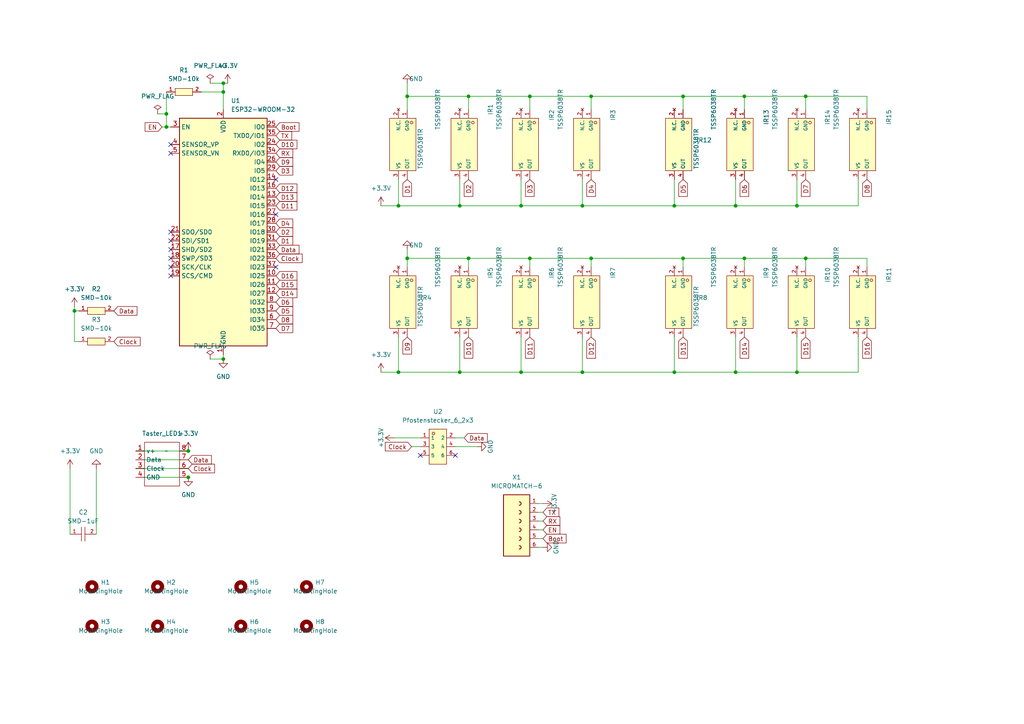
<source format=kicad_sch>
(kicad_sch (version 20231120) (generator "eeschema") (generator_version "8.0")
  (paper "A4")
  (lib_symbols
    (symbol "Bohlebots:+3.3V" (power) (pin_names (offset 0))
      (property "Value" "+3.3V" (at 0 3.556 0))
      (symbol "+3.3V_0_1"
        (polyline (pts (xy -0.762 1.27) (xy 0 2.54)))
        (polyline (pts (xy 0 0) (xy 0 2.54)))
        (polyline (pts (xy 0 2.54) (xy 0.762 1.27)))
      )
      (symbol "+3.3V_1_1"
        (pin power_in line (at 0 0 90) (length 0) hide (name "+3.3V") (number "1"))
      )
    )
    (symbol "Bohlebots:ESP32-WROOM-32_discontinued"
      (property "Reference" "U1" (at 1.9559 38.1 0))
      (property "Value" "ESP32-WROOM-32" (at 1.9559 35.56 0))
      (symbol "ESP32-WROOM-32_discontinued_0_1"
        (rectangle (start -12.7 33.02) (end 12.7 -33.02) (stroke (width 0.254)) (fill (type background)))
      )
      (symbol "ESP32-WROOM-32_discontinued_1_1"
        (pin power_in line (at 0 -35.56 90) (length 2.54) (name "GND") (number "1"))
        (pin bidirectional line (at 15.24 -12.7 180) (length 2.54) (name "IO25") (number "10"))
        (pin bidirectional line (at 15.24 -15.24 180) (length 2.54) (name "IO26") (number "11"))
        (pin bidirectional line (at 15.24 -17.78 180) (length 2.54) (name "IO27") (number "12"))
        (pin bidirectional line (at 15.24 10.16 180) (length 2.54) (name "IO14") (number "13"))
        (pin bidirectional line (at 15.24 15.24 180) (length 2.54) (name "IO12") (number "14"))
        (pin passive line (at 0 -35.56 90) (length 2.54) hide (name "GND") (number "15"))
        (pin bidirectional line (at 15.24 12.7 180) (length 2.54) (name "IO13") (number "16"))
        (pin bidirectional line (at -15.24 -5.08 0) (length 2.54) (name "SHD/SD2") (number "17"))
        (pin bidirectional line (at -15.24 -7.62 0) (length 2.54) (name "SWP/SD3") (number "18"))
        (pin bidirectional line (at -15.24 -12.7 0) (length 2.54) (name "SCS/CMD") (number "19"))
        (pin power_in line (at 0 35.56 270) (length 2.54) (name "VDD") (number "2"))
        (pin bidirectional line (at -15.24 -10.16 0) (length 2.54) (name "SCK/CLK") (number "20"))
        (pin bidirectional line (at -15.24 0 0) (length 2.54) (name "SDO/SD0") (number "21"))
        (pin bidirectional line (at -15.24 -2.54 0) (length 2.54) (name "SDI/SD1") (number "22"))
        (pin bidirectional line (at 15.24 7.62 180) (length 2.54) (name "IO15") (number "23"))
        (pin bidirectional line (at 15.24 25.4 180) (length 2.54) (name "IO2") (number "24"))
        (pin bidirectional line (at 15.24 30.48 180) (length 2.54) (name "IO0") (number "25"))
        (pin bidirectional line (at 15.24 20.32 180) (length 2.54) (name "IO4") (number "26"))
        (pin bidirectional line (at 15.24 5.08 180) (length 2.54) (name "IO16") (number "27"))
        (pin bidirectional line (at 15.24 2.54 180) (length 2.54) (name "IO17") (number "28"))
        (pin bidirectional line (at 15.24 17.78 180) (length 2.54) (name "IO5") (number "29"))
        (pin input line (at -15.24 30.48 0) (length 2.54) (name "EN") (number "3"))
        (pin bidirectional line (at 15.24 0 180) (length 2.54) (name "IO18") (number "30"))
        (pin bidirectional line (at 15.24 -2.54 180) (length 2.54) (name "IO19") (number "31"))
        (pin no_connect line (at -12.7 -27.94 0) (length 2.54) hide (name "NC") (number "32"))
        (pin bidirectional line (at 15.24 -5.08 180) (length 2.54) (name "IO21") (number "33"))
        (pin bidirectional line (at 15.24 22.86 180) (length 2.54) (name "RXD0/IO3") (number "34"))
        (pin bidirectional line (at 15.24 27.94 180) (length 2.54) (name "TXD0/IO1") (number "35"))
        (pin bidirectional line (at 15.24 -7.62 180) (length 2.54) (name "IO22") (number "36"))
        (pin bidirectional line (at 15.24 -10.16 180) (length 2.54) (name "IO23") (number "37"))
        (pin passive line (at 0 -35.56 90) (length 2.54) hide (name "GND") (number "38"))
        (pin passive line (at 0 -35.56 90) (length 2.54) hide (name "GND") (number "39"))
        (pin input line (at -15.24 25.4 0) (length 2.54) (name "SENSOR_VP") (number "4"))
        (pin input line (at -15.24 22.86 0) (length 2.54) (name "SENSOR_VN") (number "5"))
        (pin input line (at 15.24 -25.4 180) (length 2.54) (name "IO34") (number "6"))
        (pin input line (at 15.24 -27.94 180) (length 2.54) (name "IO35") (number "7"))
        (pin bidirectional line (at 15.24 -20.32 180) (length 2.54) (name "IO32") (number "8"))
        (pin bidirectional line (at 15.24 -22.86 180) (length 2.54) (name "IO33") (number "9"))
      )
    )
    (symbol "Bohlebots:GND" (power) (pin_names (offset 0))
      (property "Value" "GND" (at 0 -3.81 0))
      (symbol "GND_0_1"
        (polyline (pts (xy 0 0) (xy 0 -1.27) (xy 1.27 -1.27) (xy 0 -2.54) (xy -1.27 -1.27) (xy 0 -1.27)))
      )
      (symbol "GND_1_1"
        (pin power_in line (at 0 0 270) (length 0) hide (name "GND") (number "1"))
      )
    )
    (symbol "Bohlebots:MICROMATCH-6" (pin_names (offset 1.016))
      (property "Reference" "X2" (at -1.27 10.16 0))
      (property "Value" "MICROMATCH-6" (at -1.27 7.62 0))
      (symbol "MICROMATCH-6_0_0"
        (rectangle (start -5.08 -12.7) (end 2.54 5.08) (stroke (width 0.254)) (fill (type background)))
        (arc (start -0.508 -10.668) (mid -0.0022 -10.16) (end -0.508 -9.652) (stroke (width 0.254)))
        (arc (start -0.508 -8.128) (mid -0.0022 -7.62) (end -0.508 -7.112) (stroke (width 0.254)))
        (arc (start -0.508 -5.588) (mid -0.0022 -5.08) (end -0.508 -4.572) (stroke (width 0.254)))
        (arc (start -0.508 -3.048) (mid -0.0022 -2.54) (end -0.508 -2.032) (stroke (width 0.254)))
        (arc (start -0.508 -0.508) (mid -0.0022 0) (end -0.508 0.508) (stroke (width 0.254)))
        (arc (start -0.508 2.032) (mid -0.0022 2.54) (end -0.508 3.048) (stroke (width 0.254)))
        (pin bidirectional line (at 5.08 0 180) (length 2.54) (name "~") (number "2"))
        (pin bidirectional line (at 5.08 -2.54 180) (length 2.54) (name "~") (number "3"))
        (pin bidirectional line (at 5.08 -5.08 180) (length 2.54) (name "~") (number "4"))
        (pin bidirectional line (at 5.08 -7.62 180) (length 2.54) (name "~") (number "5"))
      )
      (symbol "MICROMATCH-6_1_0"
        (pin unspecified line (at 5.08 2.54 180) (length 2.54) (name "~") (number "1"))
        (pin unspecified line (at 5.08 -10.16 180) (length 2.54) (name "~") (number "6"))
      )
    )
    (symbol "Bohlebots:MountingHole" (pin_names (offset 1.016))
      (property "Reference" "H" (at 0 5.08 0))
      (property "Value" "MountingHole" (at 0 3.175 0))
      (symbol "MountingHole_0_1"
        (circle (center 0 0) (radius 1.27) (stroke (width 1.27)))
      )
    )
    (symbol "Bohlebots:PWR_FLAG" (power) (pin_numbers hide) (pin_names (offset 0) hide)
      (property "Value" "PWR_FLAG" (at 0 3.81 0))
      (symbol "PWR_FLAG_0_0"
        (pin power_out line (at 0 0 90) (length 0) (name "pwr") (number "1"))
      )
      (symbol "PWR_FLAG_0_1"
        (polyline (pts (xy 0 0) (xy 0 1.27) (xy -1.016 1.905) (xy 0 2.54) (xy 1.016 1.905) (xy 0 1.27)))
      )
    )
    (symbol "Bohlebots:Pfostenstecker_6_2x3"
      (property "Reference" "U" (at 0 1.27 0))
      (property "Value" "Pfostenstecker_6_2x3" (at 0 -2.54 0))
      (symbol "Pfostenstecker_6_2x3_0_1"
        (rectangle (start -2.54 5.08) (end 2.54 -5.08) (fill (type background)))
        (circle (center -1.27 3.81) (radius 0.381) (fill (type background)))
        (pin unspecified line (at -5.08 2.54 0) (length 2.54) (name "1") (number "1"))
        (pin unspecified line (at 5.08 2.54 180) (length 2.54) (name "2") (number "2"))
        (pin unspecified line (at -5.08 0 0) (length 2.54) (name "3") (number "3"))
        (pin unspecified line (at 5.08 0 180) (length 2.54) (name "4") (number "4"))
        (pin unspecified line (at -5.08 -2.54 0) (length 2.54) (name "5") (number "5"))
        (pin unspecified line (at 5.08 -2.54 180) (length 2.54) (name "6") (number "6"))
      )
    )
    (symbol "Bohlebots:SMD-10k" (pin_names hide)
      (property "Reference" "R" (at 0 1.27 0))
      (property "Value" "SMD-10k" (at 0 -2.54 0))
      (symbol "SMD-10k_0_1"
        (rectangle (start -2.54 1.016) (end 2.54 -1.016) (fill (type background)))
      )
      (symbol "SMD-10k_1_1"
        (pin unspecified line (at -5.08 0 0) (length 2.54) (name "1") (number "1"))
        (pin unspecified line (at 5.08 0 180) (length 2.54) (name "2") (number "2"))
      )
    )
    (symbol "Bohlebots:SMD-1uF" (pin_names hide)
      (property "Reference" "C" (at 0 1.27 0))
      (property "Value" "SMD-1uF" (at 0 -2.54 0))
      (symbol "SMD-1uF_0_1"
        (polyline (pts (xy -1.27 0) (xy -0.508 0)))
        (polyline (pts (xy -0.508 2.032) (xy -0.508 -2.032)))
        (polyline (pts (xy 0.508 0) (xy 1.27 0)))
        (polyline (pts (xy 0.508 2.032) (xy 0.508 -2.032)))
      )
      (symbol "SMD-1uF_1_1"
        (pin unspecified line (at -3.81 0 0) (length 2.54) (name "1") (number "1"))
        (pin unspecified line (at 3.81 0 180) (length 2.54) (name "2") (number "2"))
      )
    )
    (symbol "Bohlebots:TSSP6038TR"
      (property "Reference" "U" (at 0 1.27 0))
      (property "Value" "TSSP6038TR" (at 0 -2.54 0))
      (symbol "TSSP6038TR_0_1"
        (rectangle (start -7.62 3.81) (end 7.62 -3.81) (fill (type background)))
        (circle (center -6.35 2.54) (radius 0.381) (fill (type background)))
      )
      (symbol "TSSP6038TR_1_1"
        (pin power_in line (at -10.16 1.27 0) (length 2.54) (name "GND") (number "1"))
        (pin no_connect line (at -10.16 -1.27 0) (length 2.54) (name "N.C.") (number "2"))
        (pin power_in line (at 10.16 -1.27 180) (length 2.54) (name "VS") (number "3"))
        (pin output line (at 10.16 1.27 180) (length 2.54) (name "OUT") (number "4"))
      )
    )
    (symbol "Bohlebots:Taster_Led"
      (property "Reference" "Taster_LED2" (at -1.27 5.08 0))
      (property "Value" "~" (at 0 0 0))
      (symbol "Taster_Led_0_1"
        (rectangle (start -6.35 2.54) (end 3.81 -10.16))
      )
      (symbol "Taster_Led_1_1"
        (pin power_in line (at -8.89 0 0) (length 2.54) (name "v+") (number "1"))
        (pin unspecified line (at -8.89 -2.54 0) (length 2.54) (name "Data") (number "2"))
        (pin unspecified line (at -8.89 -5.08 0) (length 2.54) (name "Clock") (number "3"))
        (pin power_in line (at -8.89 -7.62 0) (length 2.54) (name "GND") (number "4"))
        (pin power_in line (at 6.35 -7.62 180) (length 2.54) (name "") (number "5"))
        (pin unspecified line (at 6.35 -5.08 180) (length 2.54) (name "") (number "6"))
        (pin unspecified line (at 6.35 -2.54 180) (length 2.54) (name "") (number "7"))
        (pin power_in line (at 6.35 0 180) (length 2.54) (name "") (number "8"))
      )
    )
  )
  (junction (at 133.35 59.69))
  (junction (at 118.11 27.94))
  (junction (at 64.77 26.67))
  (junction (at 48.26 33.02))
  (junction (at 231.14 107.95))
  (junction (at 151.13 59.69))
  (junction (at 135.89 27.94))
  (junction (at 115.57 107.95))
  (junction (at 231.14 59.69))
  (junction (at 168.91 59.69))
  (junction (at 151.13 107.95))
  (junction (at 153.67 27.94))
  (junction (at 198.12 74.93))
  (junction (at 198.12 27.94))
  (junction (at 195.58 107.95))
  (junction (at 171.45 74.93))
  (junction (at 48.26 36.83))
  (junction (at 133.35 107.95))
  (junction (at 215.9 74.93))
  (junction (at 64.77 24.13))
  (junction (at 118.11 74.93))
  (junction (at 135.89 74.93))
  (junction (at 168.91 107.95))
  (junction (at 233.68 27.94))
  (junction (at 21.59 90.17))
  (junction (at 153.67 74.93))
  (junction (at 64.77 104.14))
  (junction (at 195.58 59.69))
  (junction (at 233.68 74.93))
  (junction (at 115.57 59.69))
  (junction (at 54.61 138.43))
  (junction (at 213.36 107.95))
  (junction (at 54.61 130.81))
  (junction (at 171.45 27.94))
  (junction (at 213.36 59.69))
  (junction (at 215.9 27.94))
  (no_connect (at 49.53 72.39))
  (no_connect (at 49.53 69.85))
  (no_connect (at 49.53 77.47))
  (no_connect (at 132.08 132.08))
  (no_connect (at 80.01 52.07))
  (no_connect (at 49.53 80.01))
  (no_connect (at 49.53 44.45))
  (no_connect (at 49.53 74.93))
  (no_connect (at 49.53 67.31))
  (no_connect (at 49.53 41.91))
  (no_connect (at 80.01 62.23))
  (no_connect (at 121.92 132.08))
  (no_connect (at 80.01 77.47))
  (wire (pts (xy 64.77 102.87) (xy 64.77 104.14)))
  (wire (pts (xy 133.35 107.95) (xy 151.13 107.95)))
  (wire (pts (xy 64.77 26.67) (xy 64.77 31.75)))
  (wire (pts (xy 233.68 74.93) (xy 215.9 74.93)))
  (wire (pts (xy 132.08 129.54) (xy 138.43 129.54)))
  (wire (pts (xy 168.91 52.07) (xy 168.91 59.69)))
  (wire (pts (xy 48.26 26.67) (xy 48.26 33.02)))
  (wire (pts (xy 156.21 146.05) (xy 157.48 146.05)))
  (wire (pts (xy 151.13 52.07) (xy 151.13 59.69)))
  (wire (pts (xy 195.58 59.69) (xy 213.36 59.69)))
  (wire (pts (xy 64.77 24.13) (xy 64.77 26.67)))
  (wire (pts (xy 135.89 77.47) (xy 135.89 74.93)))
  (wire (pts (xy 213.36 59.69) (xy 231.14 59.69)))
  (wire (pts (xy 198.12 31.75) (xy 198.12 27.94)))
  (wire (pts (xy 248.92 107.95) (xy 248.92 97.79)))
  (wire (pts (xy 151.13 59.69) (xy 168.91 59.69)))
  (wire (pts (xy 156.21 151.13) (xy 157.48 151.13)))
  (wire (pts (xy 39.37 130.81) (xy 54.61 130.81)))
  (wire (pts (xy 168.91 97.79) (xy 168.91 107.95)))
  (wire (pts (xy 21.59 88.9) (xy 21.59 90.17)))
  (wire (pts (xy 151.13 97.79) (xy 151.13 107.95)))
  (wire (pts (xy 171.45 31.75) (xy 171.45 27.94)))
  (wire (pts (xy 153.67 27.94) (xy 135.89 27.94)))
  (wire (pts (xy 121.92 129.54) (xy 119.38 129.54)))
  (wire (pts (xy 115.57 107.95) (xy 133.35 107.95)))
  (wire (pts (xy 195.58 97.79) (xy 195.58 107.95)))
  (wire (pts (xy 231.14 107.95) (xy 248.92 107.95)))
  (wire (pts (xy 251.46 27.94) (xy 233.68 27.94)))
  (wire (pts (xy 171.45 74.93) (xy 153.67 74.93)))
  (wire (pts (xy 60.96 24.13) (xy 64.77 24.13)))
  (wire (pts (xy 231.14 59.69) (xy 248.92 59.69)))
  (wire (pts (xy 251.46 31.75) (xy 251.46 27.94)))
  (wire (pts (xy 231.14 97.79) (xy 231.14 107.95)))
  (wire (pts (xy 115.57 97.79) (xy 115.57 107.95)))
  (wire (pts (xy 39.37 133.35) (xy 54.61 133.35)))
  (wire (pts (xy 251.46 77.47) (xy 251.46 74.93)))
  (wire (pts (xy 133.35 59.69) (xy 151.13 59.69)))
  (wire (pts (xy 58.42 26.67) (xy 64.77 26.67)))
  (wire (pts (xy 114.3 127) (xy 121.92 127)))
  (wire (pts (xy 110.49 59.69) (xy 115.57 59.69)))
  (wire (pts (xy 168.91 107.95) (xy 195.58 107.95)))
  (wire (pts (xy 213.36 97.79) (xy 213.36 107.95)))
  (wire (pts (xy 66.04 24.13) (xy 64.77 24.13)))
  (wire (pts (xy 168.91 59.69) (xy 195.58 59.69)))
  (wire (pts (xy 215.9 31.75) (xy 215.9 27.94)))
  (wire (pts (xy 156.21 148.59) (xy 157.48 148.59)))
  (wire (pts (xy 46.99 36.83) (xy 48.26 36.83)))
  (wire (pts (xy 48.26 36.83) (xy 49.53 36.83)))
  (wire (pts (xy 213.36 52.07) (xy 213.36 59.69)))
  (wire (pts (xy 118.11 74.93) (xy 118.11 72.39)))
  (wire (pts (xy 213.36 107.95) (xy 231.14 107.95)))
  (wire (pts (xy 115.57 52.07) (xy 115.57 59.69)))
  (wire (pts (xy 215.9 74.93) (xy 198.12 74.93)))
  (wire (pts (xy 135.89 74.93) (xy 118.11 74.93)))
  (wire (pts (xy 171.45 27.94) (xy 153.67 27.94)))
  (wire (pts (xy 135.89 27.94) (xy 118.11 27.94)))
  (wire (pts (xy 156.21 153.67) (xy 157.48 153.67)))
  (wire (pts (xy 233.68 31.75) (xy 233.68 27.94)))
  (wire (pts (xy 118.11 27.94) (xy 118.11 24.13)))
  (wire (pts (xy 110.49 107.95) (xy 115.57 107.95)))
  (wire (pts (xy 118.11 77.47) (xy 118.11 74.93)))
  (wire (pts (xy 156.21 158.75) (xy 157.48 158.75)))
  (wire (pts (xy 195.58 52.07) (xy 195.58 59.69)))
  (wire (pts (xy 20.32 135.89) (xy 20.32 154.94)))
  (wire (pts (xy 133.35 52.07) (xy 133.35 59.69)))
  (wire (pts (xy 171.45 77.47) (xy 171.45 74.93)))
  (wire (pts (xy 27.94 135.89) (xy 27.94 154.94)))
  (wire (pts (xy 233.68 27.94) (xy 215.9 27.94)))
  (wire (pts (xy 153.67 31.75) (xy 153.67 27.94)))
  (wire (pts (xy 215.9 27.94) (xy 198.12 27.94)))
  (wire (pts (xy 153.67 77.47) (xy 153.67 74.93)))
  (wire (pts (xy 215.9 77.47) (xy 215.9 74.93)))
  (wire (pts (xy 151.13 107.95) (xy 168.91 107.95)))
  (wire (pts (xy 60.96 104.14) (xy 64.77 104.14)))
  (wire (pts (xy 248.92 59.69) (xy 248.92 52.07)))
  (wire (pts (xy 115.57 59.69) (xy 133.35 59.69)))
  (wire (pts (xy 231.14 52.07) (xy 231.14 59.69)))
  (wire (pts (xy 251.46 74.93) (xy 233.68 74.93)))
  (wire (pts (xy 21.59 99.06) (xy 21.59 90.17)))
  (wire (pts (xy 39.37 138.43) (xy 54.61 138.43)))
  (wire (pts (xy 39.37 135.89) (xy 54.61 135.89)))
  (wire (pts (xy 21.59 90.17) (xy 22.86 90.17)))
  (wire (pts (xy 153.67 74.93) (xy 135.89 74.93)))
  (wire (pts (xy 195.58 107.95) (xy 213.36 107.95)))
  (wire (pts (xy 135.89 31.75) (xy 135.89 27.94)))
  (wire (pts (xy 233.68 77.47) (xy 233.68 74.93)))
  (wire (pts (xy 22.86 99.06) (xy 21.59 99.06)))
  (wire (pts (xy 198.12 27.94) (xy 171.45 27.94)))
  (wire (pts (xy 156.21 156.21) (xy 157.48 156.21)))
  (wire (pts (xy 133.35 97.79) (xy 133.35 107.95)))
  (wire (pts (xy 132.08 127) (xy 134.62 127)))
  (wire (pts (xy 48.26 33.02) (xy 48.26 36.83)))
  (wire (pts (xy 118.11 31.75) (xy 118.11 27.94)))
  (wire (pts (xy 198.12 74.93) (xy 171.45 74.93)))
  (wire (pts (xy 198.12 77.47) (xy 198.12 74.93)))
  (wire (pts (xy 45.72 33.02) (xy 48.26 33.02)))
  (global_label "D10" (shape input) (at 80.01 41.91 0) (property "Intersheetrefs" "${INTERSHEET_REFS}" (effects (hide yes))))
  (global_label "TX" (shape input) (at 80.01 39.37 0) (property "Intersheetrefs" "${INTERSHEET_REFS}" (effects (hide yes))))
  (global_label "D10" (shape input) (at 135.89 97.79 270) (property "Intersheetrefs" "${INTERSHEET_REFS}" (effects (hide yes))))
  (global_label "D6" (shape input) (at 215.9 52.07 270) (property "Intersheetrefs" "${INTERSHEET_REFS}" (effects (hide yes))))
  (global_label "D11" (shape input) (at 80.01 59.69 0) (property "Intersheetrefs" "${INTERSHEET_REFS}" (effects (hide yes))))
  (global_label "Clock" (shape input) (at 54.61 135.89 0) (property "Intersheetrefs" "${INTERSHEET_REFS}" (effects (hide yes))))
  (global_label "TX" (shape input) (at 157.48 148.59 0) (property "Intersheetrefs" "${INTERSHEET_REFS}" (effects (hide yes))))
  (global_label "D1" (shape input) (at 118.11 52.07 270) (property "Intersheetrefs" "${INTERSHEET_REFS}" (effects (hide yes))))
  (global_label "Data" (shape input) (at 80.01 72.39 0) (property "Intersheetrefs" "${INTERSHEET_REFS}" (effects (hide yes))))
  (global_label "D8" (shape input) (at 80.01 92.71 0) (property "Intersheetrefs" "${INTERSHEET_REFS}" (effects (hide yes))))
  (global_label "D13" (shape input) (at 80.01 57.15 0) (property "Intersheetrefs" "${INTERSHEET_REFS}" (effects (hide yes))))
  (global_label "D16" (shape input) (at 80.01 80.01 0) (property "Intersheetrefs" "${INTERSHEET_REFS}" (effects (hide yes))))
  (global_label "D12" (shape input) (at 171.45 97.79 270) (property "Intersheetrefs" "${INTERSHEET_REFS}" (effects (hide yes))))
  (global_label "Clock" (shape input) (at 33.02 99.06 0) (property "Intersheetrefs" "${INTERSHEET_REFS}" (effects (hide yes))))
  (global_label "D3" (shape input) (at 153.67 52.07 270) (property "Intersheetrefs" "${INTERSHEET_REFS}" (effects (hide yes))))
  (global_label "D14" (shape input) (at 80.01 85.09 0) (property "Intersheetrefs" "${INTERSHEET_REFS}" (effects (hide yes))))
  (global_label "Boot" (shape input) (at 157.48 156.21 0) (property "Intersheetrefs" "${INTERSHEET_REFS}" (effects (hide yes))))
  (global_label "Boot" (shape input) (at 80.01 36.83 0) (property "Intersheetrefs" "${INTERSHEET_REFS}" (effects (hide yes))))
  (global_label "EN" (shape input) (at 157.48 153.67 0) (property "Intersheetrefs" "${INTERSHEET_REFS}" (effects (hide yes))))
  (global_label "D6" (shape input) (at 80.01 87.63 0) (property "Intersheetrefs" "${INTERSHEET_REFS}" (effects (hide yes))))
  (global_label "D11" (shape input) (at 153.67 97.79 270) (property "Intersheetrefs" "${INTERSHEET_REFS}" (effects (hide yes))))
  (global_label "Clock" (shape input) (at 80.01 74.93 0) (property "Intersheetrefs" "${INTERSHEET_REFS}" (effects (hide yes))))
  (global_label "EN" (shape input) (at 46.99 36.83 180) (property "Intersheetrefs" "${INTERSHEET_REFS}" (effects (hide yes))))
  (global_label "D8" (shape input) (at 251.46 52.07 270) (property "Intersheetrefs" "${INTERSHEET_REFS}" (effects (hide yes))))
  (global_label "D9" (shape input) (at 80.01 46.99 0) (property "Intersheetrefs" "${INTERSHEET_REFS}" (effects (hide yes))))
  (global_label "RX" (shape input) (at 80.01 44.45 0) (property "Intersheetrefs" "${INTERSHEET_REFS}" (effects (hide yes))))
  (global_label "Clock" (shape input) (at 119.38 129.54 180) (property "Intersheetrefs" "${INTERSHEET_REFS}" (effects (hide yes))))
  (global_label "D7" (shape input) (at 80.01 95.25 0) (property "Intersheetrefs" "${INTERSHEET_REFS}" (effects (hide yes))))
  (global_label "D5" (shape input) (at 198.12 52.07 270) (property "Intersheetrefs" "${INTERSHEET_REFS}" (effects (hide yes))))
  (global_label "Data" (shape input) (at 54.61 133.35 0) (property "Intersheetrefs" "${INTERSHEET_REFS}" (effects (hide yes))))
  (global_label "D2" (shape input) (at 135.89 52.07 270) (property "Intersheetrefs" "${INTERSHEET_REFS}" (effects (hide yes))))
  (global_label "D3" (shape input) (at 80.01 49.53 0) (property "Intersheetrefs" "${INTERSHEET_REFS}" (effects (hide yes))))
  (global_label "D15" (shape input) (at 80.01 82.55 0) (property "Intersheetrefs" "${INTERSHEET_REFS}" (effects (hide yes))))
  (global_label "D4" (shape input) (at 171.45 52.07 270) (property "Intersheetrefs" "${INTERSHEET_REFS}" (effects (hide yes))))
  (global_label "D12" (shape input) (at 80.01 54.61 0) (property "Intersheetrefs" "${INTERSHEET_REFS}" (effects (hide yes))))
  (global_label "D13" (shape input) (at 198.12 97.79 270) (property "Intersheetrefs" "${INTERSHEET_REFS}" (effects (hide yes))))
  (global_label "D1" (shape input) (at 80.01 69.85 0) (property "Intersheetrefs" "${INTERSHEET_REFS}" (effects (hide yes))))
  (global_label "D2" (shape input) (at 80.01 67.31 0) (property "Intersheetrefs" "${INTERSHEET_REFS}" (effects (hide yes))))
  (global_label "D7" (shape input) (at 233.68 52.07 270) (property "Intersheetrefs" "${INTERSHEET_REFS}" (effects (hide yes))))
  (global_label "Data" (shape input) (at 33.02 90.17 0) (property "Intersheetrefs" "${INTERSHEET_REFS}" (effects (hide yes))))
  (global_label "D14" (shape input) (at 215.9 97.79 270) (property "Intersheetrefs" "${INTERSHEET_REFS}" (effects (hide yes))))
  (global_label "D4" (shape input) (at 80.01 64.77 0) (property "Intersheetrefs" "${INTERSHEET_REFS}" (effects (hide yes))))
  (global_label "D5" (shape input) (at 80.01 90.17 0) (property "Intersheetrefs" "${INTERSHEET_REFS}" (effects (hide yes))))
  (global_label "D16" (shape input) (at 251.46 97.79 270) (property "Intersheetrefs" "${INTERSHEET_REFS}" (effects (hide yes))))
  (global_label "D9" (shape input) (at 118.11 97.79 270) (property "Intersheetrefs" "${INTERSHEET_REFS}" (effects (hide yes))))
  (global_label "D15" (shape input) (at 233.68 97.79 270) (property "Intersheetrefs" "${INTERSHEET_REFS}" (effects (hide yes))))
  (global_label "RX" (shape input) (at 157.48 151.13 0) (property "Intersheetrefs" "${INTERSHEET_REFS}" (effects (hide yes))))
  (global_label "Data" (shape input) (at 134.62 127 0) (property "Intersheetrefs" "${INTERSHEET_REFS}" (effects (hide yes))))
  (symbol (lib_id "Bohlebots:GND") (at 138.43 129.54 90) (unit 1)
    (property "Reference" "#PWR09" (effects (hide yes)))
    (property "Value" "GND" (at 142.24 129.5399 0))
    (property "Description" "Power symbol creates a global label with name \"GND\" , ground" (effects (hide yes)))
  )
  (symbol (lib_id "Bohlebots:TSSP6038TR") (at 152.4 41.91 270) (unit 1)
    (property "Reference" "IR2" (at 160.02 31.75 0) (effects (justify left)))
    (property "Value" "TSSP6038TR" (at 144.78 31.75 0))
    (property "Footprint" "footprint:SENSOR-SMD_TSSP6038TR" (effects (hide yes)))
    (property "Datasheet" "https://www.vishay.com/docs/82483/tssp60.pdf" (effects (hide yes)))
    (property "LCSC" "C5260504" (effects (hide yes)))
  )
  (symbol (lib_id "Bohlebots:PWR_FLAG") (at 45.72 33.02 0) (unit 1)
    (property "Reference" "#FLG03" (effects (hide yes)))
    (property "Value" "PWR_FLAG" (at 45.72 27.94 0))
    (property "Description" "Special symbol for telling ERC where power comes from" (effects (hide yes)))
  )
  (symbol (lib_id "Bohlebots:TSSP6038TR") (at 170.18 87.63 270) (unit 1)
    (property "Reference" "IR7" (at 177.8 77.47 0) (effects (justify left)))
    (property "Value" "TSSP6038TR" (at 162.56 77.47 0))
    (property "Footprint" "footprint:SENSOR-SMD_TSSP6038TR" (effects (hide yes)))
    (property "Datasheet" "https://www.vishay.com/docs/82483/tssp60.pdf" (effects (hide yes)))
    (property "LCSC" "C5260504" (effects (hide yes)))
  )
  (symbol (lib_id "Bohlebots:TSSP6038TR") (at 116.84 41.91 270) (unit 1)
    (property "Reference" "IR0" (effects (hide yes)))
    (property "Value" "TSSP6038TR" (at 121.92 43.1799 0))
    (property "Footprint" "footprint:SENSOR-SMD_TSSP6038TR" (effects (hide yes)))
    (property "Datasheet" "https://www.vishay.com/docs/82483/tssp60.pdf" (effects (hide yes)))
    (property "LCSC" "C5260504" (effects (hide yes)))
  )
  (symbol (lib_id "Bohlebots:SMD-10k") (at 27.94 90.17 0) (unit 1)
    (property "Reference" "R2" (at 27.94 83.82 0))
    (property "Value" "SMD-10k" (at 27.94 86.36 0))
    (property "Footprint" "footprint:R0603" (effects (hide yes)))
    (property "Datasheet" "https://www.mouser.in/datasheet/2/447/PYu_RT_1_to_0_01_RoHS_L_11-1669912.pdf" (effects (hide yes)))
    (property "LCSC" "C25804" (effects (hide yes)))
  )
  (symbol (lib_id "Bohlebots:TSSP6038TR") (at 170.18 41.91 270) (unit 1)
    (property "Reference" "IR3" (at 177.8 31.75 0) (effects (justify left)))
    (property "Value" "TSSP6038TR" (at 162.56 31.75 0))
    (property "Footprint" "footprint:SENSOR-SMD_TSSP6038TR" (effects (hide yes)))
    (property "Datasheet" "https://www.vishay.com/docs/82483/tssp60.pdf" (effects (hide yes)))
    (property "LCSC" "C5260504" (effects (hide yes)))
  )
  (symbol (lib_id "Bohlebots:MountingHole") (at 88.9 181.61 0) (unit 1)
    (property "Reference" "H8" (at 91.44 180.34 0) (effects (justify left)))
    (property "Value" "MountingHole" (at 91.44 182.88 0))
    (property "Footprint" "footprint:MountingHole_4.3mm_M4" (effects (hide yes)))
    (property "Description" "Mounting Hole without connection" (effects (hide yes)))
  )
  (symbol (lib_id "Bohlebots:TSSP6038TR") (at 232.41 41.91 270) (unit 1)
    (property "Reference" "IR14" (at 240.03 31.75 0) (effects (justify left)))
    (property "Value" "TSSP6038TR" (at 224.79 31.75 0))
    (property "Footprint" "footprint:SENSOR-SMD_TSSP6038TR" (effects (hide yes)))
    (property "Datasheet" "https://www.vishay.com/docs/82483/tssp60.pdf" (effects (hide yes)))
    (property "LCSC" "C5260504" (effects (hide yes)))
  )
  (symbol (lib_id "Bohlebots:MountingHole") (at 88.9 170.18 0) (unit 1)
    (property "Reference" "H7" (at 91.44 168.91 0) (effects (justify left)))
    (property "Value" "MountingHole" (at 91.44 171.45 0))
    (property "Footprint" "footprint:MountingHole_4.3mm_M4" (effects (hide yes)))
    (property "Description" "Mounting Hole without connection" (effects (hide yes)))
  )
  (symbol (lib_id "Bohlebots:+3.3V") (at 114.3 127 90) (unit 1)
    (property "Reference" "#PWR07" (effects (hide yes)))
    (property "Value" "+3.3V" (at 110.49 126.9999 0))
    (property "Description" "Power symbol creates a global label with name \"+3.3V\"" (effects (hide yes)))
  )
  (symbol (lib_id "Bohlebots:+3.3V") (at 157.48 146.05 270) (unit 1)
    (property "Reference" "#PWR018" (effects (hide yes)))
    (property "Value" "+3.3V" (at 160.7405 146.0499 0))
    (property "Description" "Power symbol creates a global label with name \"+3.3V\"" (effects (hide yes)))
  )
  (symbol (lib_id "Bohlebots:GND") (at 118.11 24.13 180) (unit 1)
    (property "Reference" "#PWR01" (effects (hide yes)))
    (property "Value" "GND" (at 120.65 22.8599 0))
    (property "Description" "Power symbol creates a global label with name \"GND\" , ground" (effects (hide yes)))
  )
  (symbol (lib_id "Bohlebots:TSSP6038TR") (at 134.62 41.91 270) (unit 1)
    (property "Reference" "IR1" (at 142.24 31.75 0))
    (property "Value" "TSSP6038TR" (at 127 31.75 0))
    (property "Footprint" "footprint:SENSOR-SMD_TSSP6038TR" (effects (hide yes)))
    (property "Datasheet" "https://www.vishay.com/docs/82483/tssp60.pdf" (effects (hide yes)))
    (property "LCSC" "C5260504" (effects (hide yes)))
  )
  (symbol (lib_id "Bohlebots:TSSP6038TR") (at 196.85 87.63 270) (unit 1)
    (property "Reference" "IR8" (at 201.93 86.3599 90) (effects (justify left)))
    (property "Value" "TSSP6038TR" (at 201.93 88.8999 0))
    (property "Footprint" "footprint:SENSOR-SMD_TSSP6038TR" (effects (hide yes)))
    (property "Datasheet" "https://www.vishay.com/docs/82483/tssp60.pdf" (effects (hide yes)))
    (property "LCSC" "C5260504" (effects (hide yes)))
  )
  (symbol (lib_id "Bohlebots:SMD-10k") (at 53.34 26.67 0) (unit 1)
    (property "Reference" "R1" (at 53.34 20.32 0))
    (property "Value" "SMD-10k" (at 53.34 22.86 0))
    (property "Footprint" "footprint:R0603" (effects (hide yes)))
    (property "Datasheet" "https://www.mouser.in/datasheet/2/447/PYu_RT_1_to_0_01_RoHS_L_11-1669912.pdf" (effects (hide yes)))
    (property "LCSC" "C25804" (effects (hide yes)))
  )
  (symbol (lib_id "Bohlebots:MountingHole") (at 69.85 181.61 0) (unit 1)
    (property "Reference" "H6" (at 72.39 180.34 0) (effects (justify left)))
    (property "Value" "MountingHole" (at 72.39 182.88 0))
    (property "Footprint" "footprint:MountingHole_4.3mm_M4" (effects (hide yes)))
    (property "Description" "Mounting Hole without connection" (effects (hide yes)))
  )
  (symbol (lib_id "Bohlebots:+3.3V") (at 20.32 135.89 0) (unit 1)
    (property "Reference" "#PWR016" (effects (hide yes)))
    (property "Value" "+3.3V" (at 20.32 130.81 0))
    (property "Description" "Power symbol creates a global label with name \"+3.3V\"" (effects (hide yes)))
  )
  (symbol (lib_id "Bohlebots:SMD-10k") (at 27.94 99.06 0) (unit 1)
    (property "Reference" "R3" (at 27.94 92.71 0))
    (property "Value" "SMD-10k" (at 27.94 95.25 0))
    (property "Footprint" "footprint:R0603" (effects (hide yes)))
    (property "Datasheet" "https://www.mouser.in/datasheet/2/447/PYu_RT_1_to_0_01_RoHS_L_11-1669912.pdf" (effects (hide yes)))
    (property "LCSC" "C25804" (effects (hide yes)))
  )
  (symbol (lib_id "Bohlebots:GND") (at 54.61 138.43 0) (unit 1)
    (property "Reference" "#PWR012" (effects (hide yes)))
    (property "Value" "GND" (at 54.61 143.51 0))
    (property "Description" "Power symbol creates a global label with name \"GND\" , ground" (effects (hide yes)))
  )
  (symbol (lib_id "Bohlebots:TSSP6038TR") (at 250.19 41.91 270) (unit 1)
    (property "Reference" "IR15" (at 257.81 31.75 0) (effects (justify left)))
    (property "Value" "TSSP6038TR" (at 242.57 31.75 0))
    (property "Footprint" "footprint:SENSOR-SMD_TSSP6038TR" (effects (hide yes)))
    (property "Datasheet" "https://www.vishay.com/docs/82483/tssp60.pdf" (effects (hide yes)))
    (property "LCSC" "C5260504" (effects (hide yes)))
  )
  (symbol (lib_id "Bohlebots:MountingHole") (at 45.72 170.18 0) (unit 1)
    (property "Reference" "H2" (at 48.26 168.91 0) (effects (justify left)))
    (property "Value" "MountingHole" (at 48.26 171.45 0))
    (property "Footprint" "footprint:MountingHole_4.3mm_M4" (effects (hide yes)))
    (property "Description" "Mounting Hole without connection" (effects (hide yes)))
  )
  (symbol (lib_id "Bohlebots:TSSP6038TR") (at 250.19 87.63 270) (unit 1)
    (property "Reference" "IR11" (at 257.81 77.47 0) (effects (justify left)))
    (property "Value" "TSSP6038TR" (at 242.57 77.47 0))
    (property "Footprint" "footprint:SENSOR-SMD_TSSP6038TR" (effects (hide yes)))
    (property "Datasheet" "https://www.vishay.com/docs/82483/tssp60.pdf" (effects (hide yes)))
    (property "LCSC" "C5260504" (effects (hide yes)))
  )
  (symbol (lib_id "Bohlebots:Taster_Led") (at 48.26 130.81 0) (unit 1)
    (property "Reference" "Taster_LED1" (at 46.99 125.73 0))
    (property "Value" "~" (at 48.26 130.81 0))
    (property "Footprint" "footprint:TASTER_LED" (effects (hide yes)))
  )
  (symbol (lib_id "Bohlebots:TSSP6038TR") (at 134.62 87.63 270) (unit 1)
    (property "Reference" "IR5" (at 142.24 77.47 0) (effects (justify left)))
    (property "Value" "TSSP6038TR" (at 127 77.47 0))
    (property "Footprint" "footprint:SENSOR-SMD_TSSP6038TR" (effects (hide yes)))
    (property "Datasheet" "https://www.vishay.com/docs/82483/tssp60.pdf" (effects (hide yes)))
    (property "LCSC" "C5260504" (effects (hide yes)))
  )
  (symbol (lib_id "Bohlebots:PWR_FLAG") (at 60.96 104.14 0) (unit 1)
    (property "Reference" "#FLG0101" (effects (hide yes)))
    (property "Value" "PWR_FLAG" (at 60.96 100.33 0))
    (property "Description" "Special symbol for telling ERC where power comes from" (effects (hide yes)))
  )
  (symbol (lib_id "Bohlebots:TSSP6038TR") (at 232.41 87.63 270) (unit 1)
    (property "Reference" "IR10" (at 240.03 77.47 0) (effects (justify left)))
    (property "Value" "TSSP6038TR" (at 224.79 77.47 0))
    (property "Footprint" "footprint:SENSOR-SMD_TSSP6038TR" (effects (hide yes)))
    (property "Datasheet" "https://www.vishay.com/docs/82483/tssp60.pdf" (effects (hide yes)))
    (property "LCSC" "C5260504" (effects (hide yes)))
  )
  (symbol (lib_id "Bohlebots:PWR_FLAG") (at 60.96 24.13 0) (unit 1)
    (property "Reference" "#FLG01" (effects (hide yes)))
    (property "Value" "PWR_FLAG" (at 60.96 19.05 0))
    (property "Description" "Special symbol for telling ERC where power comes from" (effects (hide yes)))
  )
  (symbol (lib_id "Bohlebots:GND") (at 118.11 72.39 180) (unit 1)
    (property "Reference" "#PWR03" (effects (hide yes)))
    (property "Value" "GND" (at 120.65 71.1199 0))
    (property "Description" "Power symbol creates a global label with name \"GND\" , ground" (effects (hide yes)))
  )
  (symbol (lib_id "Bohlebots:MountingHole") (at 45.72 181.61 0) (unit 1)
    (property "Reference" "H4" (at 48.26 180.34 0) (effects (justify left)))
    (property "Value" "MountingHole" (at 48.26 182.88 0))
    (property "Footprint" "footprint:MountingHole_4.3mm_M4" (effects (hide yes)))
    (property "Description" "Mounting Hole without connection" (effects (hide yes)))
  )
  (symbol (lib_id "Bohlebots:GND") (at 64.77 104.14 0) (unit 1)
    (property "Reference" "#PWR05" (effects (hide yes)))
    (property "Value" "GND" (at 64.77 109.22 0))
    (property "Description" "Power symbol creates a global label with name \"GND\" , ground" (effects (hide yes)))
  )
  (symbol (lib_id "Bohlebots:GND") (at 27.94 135.89 180) (unit 1)
    (property "Reference" "#PWR017" (effects (hide yes)))
    (property "Value" "GND" (at 27.94 130.81 0))
    (property "Description" "Power symbol creates a global label with name \"GND\" , ground" (effects (hide yes)))
  )
  (symbol (lib_id "Bohlebots:ESP32-WROOM-32_discontinued") (at 64.77 67.31 0) (unit 1)
    (property "Reference" "U1" (at 66.9641 29.21 0) (effects (justify left)))
    (property "Value" "ESP32-WROOM-32" (at 66.9641 31.75 0) (effects (justify left)))
    (property "Footprint" "footprint:ESP32-WROOM-32-small" (effects (hide yes)))
    (property "Datasheet" "https://www.espressif.com/sites/default/files/documentation/esp32-wroom-32_datasheet_en.pdf" (effects (hide yes)))
    (property "Description" "RF Module, ESP32-D0WDQ6 SoC, Wi-Fi 802.11b/g/n, Bluetooth, BLE, 32-bit, 2.7-3.6V, onboard antenna, SMD" (effects (hide yes)))
    (property "LCSC Part #" "C82899" (effects (hide yes)))
  )
  (symbol (lib_id "Bohlebots:+3.3V") (at 110.49 59.69 0) (unit 1)
    (property "Reference" "#PWR02" (effects (hide yes)))
    (property "Value" "+3.3V" (at 110.49 54.61 0))
    (property "Description" "Power symbol creates a global label with name \"+3.3V\"" (effects (hide yes)))
  )
  (symbol (lib_id "Bohlebots:GND") (at 157.48 158.75 90) (unit 1)
    (property "Reference" "#PWR010" (effects (hide yes)))
    (property "Value" "GND" (at 161.29 158.7499 0))
    (property "Description" "Power symbol creates a global label with name \"GND\" , ground" (effects (hide yes)))
  )
  (symbol (lib_id "Bohlebots:TSSP6038TR") (at 152.4 87.63 270) (unit 1)
    (property "Reference" "IR6" (at 160.02 77.47 0) (effects (justify left)))
    (property "Value" "TSSP6038TR" (at 144.78 77.47 0))
    (property "Footprint" "footprint:SENSOR-SMD_TSSP6038TR" (effects (hide yes)))
    (property "Datasheet" "https://www.vishay.com/docs/82483/tssp60.pdf" (effects (hide yes)))
    (property "LCSC" "C5260504" (effects (hide yes)))
  )
  (symbol (lib_id "Bohlebots:+3.3V") (at 66.04 24.13 0) (unit 1)
    (property "Reference" "#PWR06" (effects (hide yes)))
    (property "Value" "+3.3V" (at 66.04 19.05 0))
    (property "Description" "Power symbol creates a global label with name \"+3.3V\"" (effects (hide yes)))
  )
  (symbol (lib_id "Bohlebots:+3.3V") (at 54.61 130.81 0) (unit 1)
    (property "Reference" "#PWR011" (effects (hide yes)))
    (property "Value" "+3.3V" (at 54.61 125.73 0))
    (property "Description" "Power symbol creates a global label with name \"+3.3V\"" (effects (hide yes)))
  )
  (symbol (lib_id "Bohlebots:TSSP6038TR") (at 214.63 41.91 270) (unit 1)
    (property "Reference" "IR13" (at 222.25 31.75 0) (effects (justify left)))
    (property "Value" "TSSP6038TR" (at 207.01 31.75 0))
    (property "Footprint" "footprint:SENSOR-SMD_TSSP6038TR" (effects (hide yes)))
    (property "Datasheet" "https://www.vishay.com/docs/82483/tssp60.pdf" (effects (hide yes)))
    (property "LCSC" "C5260504" (effects (hide yes)))
  )
  (symbol (lib_id "Bohlebots:MountingHole") (at 26.67 170.18 0) (unit 1)
    (property "Reference" "H1" (at 29.21 168.91 0) (effects (justify left)))
    (property "Value" "MountingHole" (at 29.21 171.45 0))
    (property "Footprint" "footprint:MountingHole_4.3mm_M4" (effects (hide yes)))
    (property "Description" "Mounting Hole without connection" (effects (hide yes)))
  )
  (symbol (lib_id "Bohlebots:TSSP6038TR") (at 116.84 87.63 270) (unit 1)
    (property "Reference" "IR4" (at 121.92 86.3599 90) (effects (justify left)))
    (property "Value" "TSSP6038TR" (at 121.92 88.8999 0))
    (property "Footprint" "footprint:SENSOR-SMD_TSSP6038TR" (effects (hide yes)))
    (property "Datasheet" "https://www.vishay.com/docs/82483/tssp60.pdf" (effects (hide yes)))
    (property "LCSC" "C5260504" (effects (hide yes)))
  )
  (symbol (lib_id "Bohlebots:+3.3V") (at 110.49 107.95 0) (unit 1)
    (property "Reference" "#PWR04" (effects (hide yes)))
    (property "Value" "+3.3V" (at 110.49 102.87 0))
    (property "Description" "Power symbol creates a global label with name \"+3.3V\"" (effects (hide yes)))
  )
  (symbol (lib_id "Bohlebots:Pfostenstecker_6_2x3") (at 127 129.54 0) (unit 1)
    (property "Reference" "U2" (at 127 119.38 0))
    (property "Value" "Pfostenstecker_6_2x3" (at 127 121.92 0))
    (property "Footprint" "footprint:HDR-TH_6P-P2.54-V-F-R2-C3-S2.54-4" (effects (hide yes)))
    (property "Datasheet" "https://atta.szlcsc.com/upload/public/pdf/source/20230314/29278A24539954283B80828B9C32CD4C.pdf" (effects (hide yes)))
    (property "LCSC" "C5372863" (effects (hide yes)))
  )
  (symbol (lib_id "Bohlebots:+3.3V") (at 21.59 88.9 0) (unit 1)
    (property "Reference" "#PWR015" (effects (hide yes)))
    (property "Value" "+3.3V" (at 21.59 83.82 0))
    (property "Description" "Power symbol creates a global label with name \"+3.3V\"" (effects (hide yes)))
  )
  (symbol (lib_id "Bohlebots:MountingHole") (at 69.85 170.18 0) (unit 1)
    (property "Reference" "H5" (at 72.39 168.91 0) (effects (justify left)))
    (property "Value" "MountingHole" (at 72.39 171.45 0))
    (property "Footprint" "footprint:MountingHole_4.3mm_M4" (effects (hide yes)))
    (property "Description" "Mounting Hole without connection" (effects (hide yes)))
  )
  (symbol (lib_id "Bohlebots:TSSP6038TR") (at 196.85 41.91 270) (unit 1)
    (property "Reference" "IR12" (at 201.93 40.6399 90) (effects (justify left)))
    (property "Value" "TSSP6038TR" (at 201.93 43.1799 0))
    (property "Footprint" "footprint:SENSOR-SMD_TSSP6038TR" (effects (hide yes)))
    (property "Datasheet" "https://www.vishay.com/docs/82483/tssp60.pdf" (effects (hide yes)))
    (property "LCSC" "C5260504" (effects (hide yes)))
  )
  (symbol (lib_id "Bohlebots:TSSP6038TR") (at 214.63 87.63 270) (unit 1)
    (property "Reference" "IR9" (at 222.25 77.47 0) (effects (justify left)))
    (property "Value" "TSSP6038TR" (at 207.01 77.47 0))
    (property "Footprint" "footprint:SENSOR-SMD_TSSP6038TR" (effects (hide yes)))
    (property "Datasheet" "https://www.vishay.com/docs/82483/tssp60.pdf" (effects (hide yes)))
    (property "LCSC" "C5260504" (effects (hide yes)))
  )
  (symbol (lib_id "Bohlebots:MICROMATCH-6") (at 151.13 148.59 0) (unit 1)
    (property "Reference" "X1" (at 149.86 138.43 0))
    (property "Value" "MICROMATCH-6" (at 149.86 140.97 0))
    (property "Footprint" "footprint:MICROMATCH-6" (effects (hide yes)))
  )
  (symbol (lib_id "Bohlebots:SMD-1uF") (at 24.13 154.94 0) (unit 1)
    (property "Reference" "C2" (at 24.13 148.59 0))
    (property "Value" "SMD-1uF" (at 24.13 151.13 0))
    (property "Footprint" "footprint:C0603" (effects (hide yes)))
    (property "Datasheet" "https://item.szlcsc.com/362304.html" (effects (hide yes)))
    (property "LCSC" "C1592" (effects (hide yes)))
  )
  (symbol (lib_id "Bohlebots:MountingHole") (at 26.67 181.61 0) (unit 1)
    (property "Reference" "H3" (at 29.21 180.34 0) (effects (justify left)))
    (property "Value" "MountingHole" (at 29.21 182.88 0))
    (property "Footprint" "footprint:MountingHole_4.3mm_M4" (effects (hide yes)))
    (property "Description" "Mounting Hole without connection" (effects (hide yes)))
  )
)
</source>
